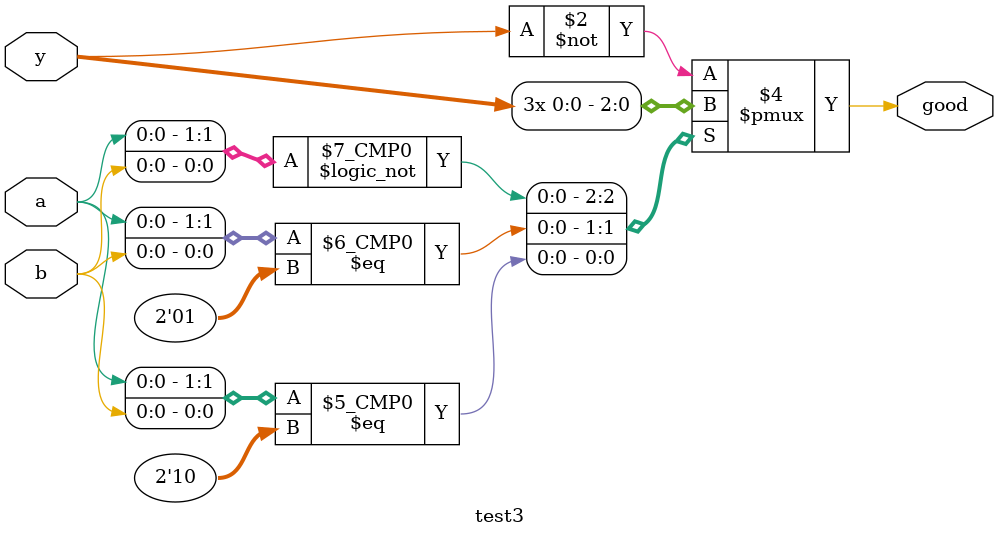
<source format=sv>
/* *******************************
 *	COSE221 Lab #2
 *
 *	Author: Gunjae Koo (gunjaekoo@korea.ac.kr)
 *
 * *******************************
 */

module test3(a, b, y, good);
   input         a, b, y;
   output         good;

   logic         good;

   always_comb begin
		case ({a, b})
			2'b00: good = y;
			2'b01: good = y;
			2'b10: good = y;
			default: good = ~y;
		endcase
	end
endmodule


</source>
